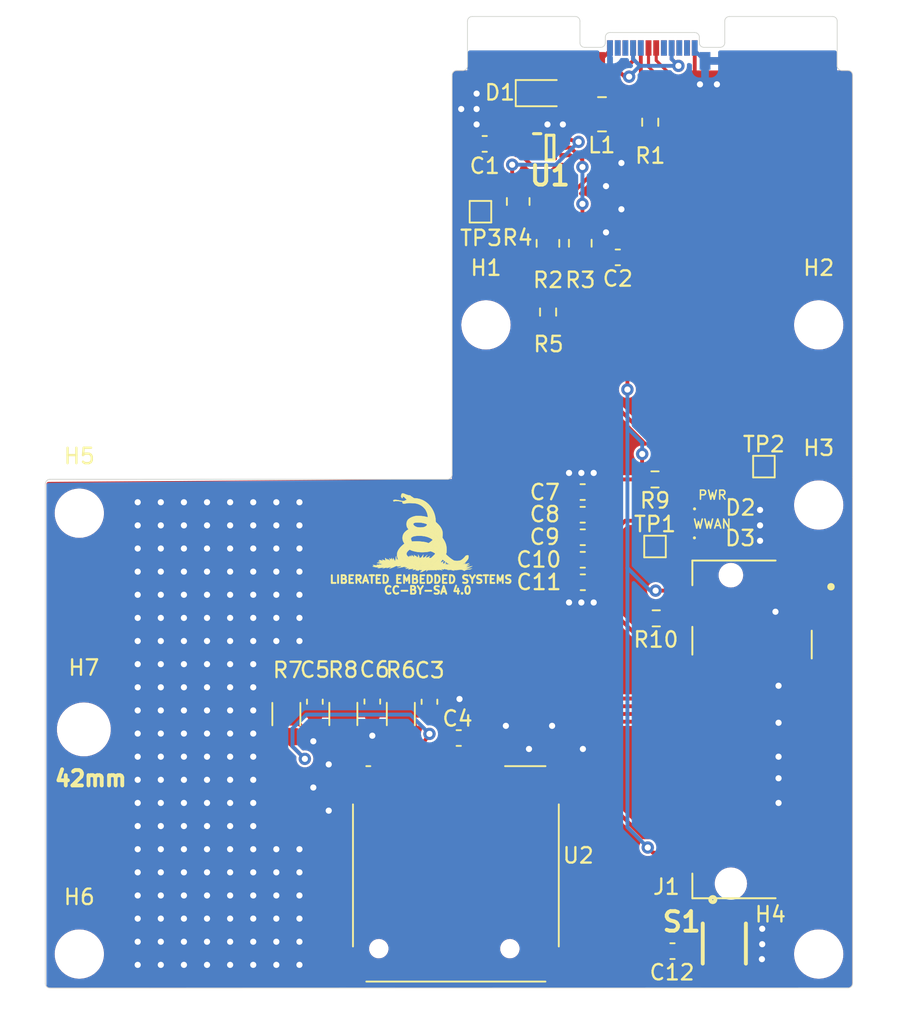
<source format=kicad_pcb>
(kicad_pcb (version 20221018) (generator pcbnew)

  (general
    (thickness 1.6)
  )

  (paper "A4")
  (title_block
    (title "Project Roamer")
    (rev "X1")
    (company "Liberated Embedded Systems")
    (comment 1 "This work is licensed under a Creative Commons Attribution 4.0 International License")
    (comment 2 "Original design from https://frame.work")
  )

  (layers
    (0 "F.Cu" signal)
    (31 "B.Cu" signal)
    (32 "B.Adhes" user "B.Adhesive")
    (33 "F.Adhes" user "F.Adhesive")
    (34 "B.Paste" user)
    (35 "F.Paste" user)
    (36 "B.SilkS" user "B.Silkscreen")
    (37 "F.SilkS" user "F.Silkscreen")
    (38 "B.Mask" user)
    (39 "F.Mask" user)
    (40 "Dwgs.User" user "User.Drawings")
    (41 "Cmts.User" user "User.Comments")
    (42 "Eco1.User" user "User.Eco1")
    (43 "Eco2.User" user "User.Eco2")
    (44 "Edge.Cuts" user)
    (45 "Margin" user)
    (46 "B.CrtYd" user "B.Courtyard")
    (47 "F.CrtYd" user "F.Courtyard")
    (48 "B.Fab" user)
    (49 "F.Fab" user)
  )

  (setup
    (stackup
      (layer "F.SilkS" (type "Top Silk Screen"))
      (layer "F.Paste" (type "Top Solder Paste"))
      (layer "F.Mask" (type "Top Solder Mask") (thickness 0.01))
      (layer "F.Cu" (type "copper") (thickness 0.035))
      (layer "dielectric 1" (type "core") (thickness 1.51) (material "FR4") (epsilon_r 4.5) (loss_tangent 0.02))
      (layer "B.Cu" (type "copper") (thickness 0.035))
      (layer "B.Mask" (type "Bottom Solder Mask") (thickness 0.01))
      (layer "B.Paste" (type "Bottom Solder Paste"))
      (layer "B.SilkS" (type "Bottom Silk Screen"))
      (copper_finish "None")
      (dielectric_constraints no)
    )
    (pad_to_mask_clearance 0)
    (aux_axis_origin 100.5 190)
    (grid_origin 100.5 190)
    (pcbplotparams
      (layerselection 0x00010fc_ffffffff)
      (plot_on_all_layers_selection 0x0000000_00000000)
      (disableapertmacros false)
      (usegerberextensions false)
      (usegerberattributes true)
      (usegerberadvancedattributes true)
      (creategerberjobfile true)
      (dashed_line_dash_ratio 12.000000)
      (dashed_line_gap_ratio 3.000000)
      (svgprecision 4)
      (plotframeref false)
      (viasonmask false)
      (mode 1)
      (useauxorigin false)
      (hpglpennumber 1)
      (hpglpenspeed 20)
      (hpglpendiameter 15.000000)
      (dxfpolygonmode true)
      (dxfimperialunits true)
      (dxfusepcbnewfont true)
      (psnegative false)
      (psa4output false)
      (plotreference true)
      (plotvalue true)
      (plotinvisibletext false)
      (sketchpadsonfab false)
      (subtractmaskfromsilk false)
      (outputformat 3)
      (mirror false)
      (drillshape 0)
      (scaleselection 1)
      (outputdirectory "")
    )
  )

  (net 0 "")
  (net 1 "GND")
  (net 2 "+3.3V")
  (net 3 "VBUS")
  (net 4 "/UIM-RESET")
  (net 5 "/UIM-CLK")
  (net 6 "/UIM-DATA")
  (net 7 "/UIM-PWR")
  (net 8 "/RESET")
  (net 9 "Net-(D1-A)")
  (net 10 "Net-(D2-A)")
  (net 11 "/WWAN_ACTIVITY")
  (net 12 "Net-(D3-A)")
  (net 13 "unconnected-(J1-CONFIG_3-Pad1)")
  (net 14 "Net-(J1-~{FULL_CARD_POWER_OFF})")
  (net 15 "/USB_D+")
  (net 16 "unconnected-(J1-~{W_DISABLE1}-Pad8)")
  (net 17 "/USB_D-")
  (net 18 "unconnected-(J1-GPIO_5-Pad20)")
  (net 19 "unconnected-(J1-CONFIG_0-Pad21)")
  (net 20 "unconnected-(J1-GPIO_6-Pad22)")
  (net 21 "Net-(J1-GPIO_11)")
  (net 22 "unconnected-(J1-GPIO_7-Pad24)")
  (net 23 "unconnected-(J1-DPR-Pad25)")
  (net 24 "unconnected-(J1-GPIO_10-Pad26)")
  (net 25 "unconnected-(J1-GPIO_8-Pad28)")
  (net 26 "unconnected-(J1-PERn1{slash}USB3.0-Rx-{slash}SSIC-RxN-Pad29)")
  (net 27 "unconnected-(J1-PERp1{slash}USB3.0-Rx+{slash}SSIC-RxP-Pad31)")
  (net 28 "unconnected-(J1-PETn1{slash}USB3.0-Tx-{slash}SSIC-TxN-Pad35)")
  (net 29 "unconnected-(J1-PETp1{slash}USB3.0-Tx+{slash}SSIC-TxP-Pad37)")
  (net 30 "unconnected-(J1-DEVSLP-Pad38)")
  (net 31 "unconnected-(J1-GPIO_0-Pad40)")
  (net 32 "unconnected-(J1-PERn0{slash}SATA-B+-Pad41)")
  (net 33 "unconnected-(J1-GPIO_1-Pad42)")
  (net 34 "unconnected-(J1-PERp0{slash}SATA-B--Pad43)")
  (net 35 "unconnected-(J1-GPIO_2-Pad44)")
  (net 36 "unconnected-(J1-GPIO_3-Pad46)")
  (net 37 "unconnected-(J1-PETn0{slash}SATA-A--Pad47)")
  (net 38 "unconnected-(J1-GPIO_4-Pad48)")
  (net 39 "unconnected-(J1-PETp0{slash}SATA-A+-Pad49)")
  (net 40 "unconnected-(J1-~{PERST}-Pad50)")
  (net 41 "unconnected-(J1-~{CLKREQ}-Pad52)")
  (net 42 "unconnected-(J1-REFCLKn-Pad53)")
  (net 43 "unconnected-(J1-~{PEWAKE}-Pad54)")
  (net 44 "unconnected-(J1-REFCLKp-Pad55)")
  (net 45 "unconnected-(J1-NC-Pad56)")
  (net 46 "unconnected-(J1-NC-Pad58)")
  (net 47 "unconnected-(J1-ANTCTL0-Pad59)")
  (net 48 "unconnected-(J1-COEX3-Pad60)")
  (net 49 "unconnected-(J1-ANTCTL1-Pad61)")
  (net 50 "unconnected-(J1-COEX2-Pad62)")
  (net 51 "unconnected-(J1-ANTCTL2-Pad63)")
  (net 52 "unconnected-(J1-COEX1-Pad64)")
  (net 53 "unconnected-(J1-ANTCTL3-Pad65)")
  (net 54 "/SIM_DETECT")
  (net 55 "unconnected-(J1-SUSCLK-Pad68)")
  (net 56 "unconnected-(J1-CONFIG_1-Pad69)")
  (net 57 "unconnected-(J1-CONFIG_2-Pad75)")
  (net 58 "Net-(U1-SW)")
  (net 59 "Net-(P1-CC)")
  (net 60 "unconnected-(P1-VCONN-PadB5)")
  (net 61 "Net-(U1-FB)")
  (net 62 "Net-(U1-PG)")
  (net 63 "Net-(U2-I{slash}O)")
  (net 64 "Net-(U2-RST)")
  (net 65 "Net-(U2-CLK)")
  (net 66 "unconnected-(S1-Pad2)")
  (net 67 "unconnected-(S1-Pad4)")
  (net 68 "unconnected-(U2-VPP-PadC6)")

  (footprint "Capacitor_SMD:C_0603_1608Metric" (layer "F.Cu") (at 141.215 187.61))

  (footprint "Diode_SMD:D_SOD-323" (layer "F.Cu") (at 132.65 131.97))

  (footprint "Connector_USB:USB_C_Plug_Molex_105444" (layer "F.Cu") (at 139.918 129))

  (footprint "TPS:SOTFL50P160X60-6N" (layer "F.Cu") (at 133.268 135.5))

  (footprint "MountingHole:MountingHole_2.7mm_M2.5" (layer "F.Cu") (at 129.108 147))

  (footprint "Resistor_SMD:R_0805_2012Metric" (layer "F.Cu") (at 135.23 141.7025 -90))

  (footprint "MountingHole:MountingHole_2.7mm_M2.5" (layer "F.Cu") (at 150.708 147))

  (footprint "Resistor_SMD:R_1206_3216Metric" (layer "F.Cu") (at 119.85 172.23 90))

  (footprint "Capacitor_SMD:C_0603_1608Metric" (layer "F.Cu") (at 121.73 171.425 90))

  (footprint "TestPoint:TestPoint_Pad_1.0x1.0mm" (layer "F.Cu") (at 140.08 161.37))

  (footprint "MountingHole:MountingHole_2.7mm_M2.5" (layer "F.Cu") (at 102.71 187.8))

  (footprint "NGFF:TE_2199119-3" (layer "F.Cu") (at 145.005 173.23 -90))

  (footprint "Capacitor_SMD:C_0603_1608Metric" (layer "F.Cu") (at 127.34 173.79 180))

  (footprint "Diode_SMD:D_0402_1005Metric" (layer "F.Cu") (at 143.73 160.81))

  (footprint "TestPoint:TestPoint_Pad_1.0x1.0mm" (layer "F.Cu") (at 147.15 156.19))

  (footprint "Capacitor_SMD:C_0603_1608Metric" (layer "F.Cu") (at 125.44 171.44 90))

  (footprint "NSCCP-D-06-G-SMT-SW-T:NSCCP-D-06-G-SMT-SW-T&slash_R" (layer "F.Cu") (at 127.1548 182.5986))

  (footprint "Resistor_SMD:R_1206_3216Metric" (layer "F.Cu") (at 123.58 172.2325 90))

  (footprint "Capacitor_SMD:C_0603_1608Metric" (layer "F.Cu") (at 135.39 162.23 180))

  (footprint "Capacitor_SMD:C_0603_1608Metric" (layer "F.Cu") (at 135.39 160.77 180))

  (footprint "Capacitor_SMD:C_0603_1608Metric" (layer "F.Cu") (at 129.025 135.26 180))

  (footprint "Resistor_SMD:R_0603_1608Metric" (layer "F.Cu") (at 140.08 157.02))

  (footprint "Resistor_SMD:R_1206_3216Metric" (layer "F.Cu") (at 116.15 172.2375 90))

  (footprint "Capacitor_SMD:C_0603_1608Metric" (layer "F.Cu") (at 135.385 157.84 180))

  (footprint "Resistor_SMD:R_0805_2012Metric" (layer "F.Cu") (at 131.2 138.9975 -90))

  (footprint "Capacitor_SMD:C_0603_1608Metric" (layer "F.Cu") (at 118 171.435 -90))

  (footprint "MountingHole:MountingHole_2.7mm_M2.5" (layer "F.Cu") (at 150.708 187.8))

  (footprint "Resistor_SMD:R_0603_1608Metric" (layer "F.Cu") (at 140.16 166.03))

  (footprint "TestPoint:TestPoint_Pad_1.0x1.0mm" (layer "F.Cu") (at 128.75 139.66))

  (footprint "Inductor_SMD:L_1008_2520Metric" (layer "F.Cu") (at 136.64 133.34))

  (footprint "Resistor_SMD:R_0603_1608Metric" (layer "F.Cu") (at 139.77 133.855 -90))

  (footprint "MountingHole:MountingHole_2.7mm_M2.5" (layer "F.Cu") (at 150.708 158.68))

  (footprint "Capacitor_SMD:C_0603_1608Metric" (layer "F.Cu") (at 135.395 163.69 180))

  (footprint "MountingHole:MountingHole_2.7mm_M2.5" (layer "F.Cu") (at 102.71 159.21))

  (footprint "Capacitor_SMD:C_0603_1608Metric" (layer "F.Cu") (at 137.665 142.62 180))

  (footprint "Resistor_SMD:R_0805_2012Metric" (layer "F.Cu") (at 133.13 141.71 -90))

  (footprint "Diode_SMD:D_0402_1005Metric" (layer "F.Cu") (at 143.7375 158.93))

  (footprint "Capacitor_SMD:C_0603_1608Metric" (layer "F.Cu") (at 135.385 159.31 180))

  (footprint "KMR:KMR2_1" (layer "F.Cu") (at 144.58 187.1175 -90))

  (footprint "MountingHole:MountingHole_3mm" (layer "F.Cu") (at 103.005 173.23))

  (footprint "Resistor_SMD:R_0603_1608Metric" (layer "F.Cu") (at 133.14 146.165 -90))

  (gr_poly
    (pts
      (xy 125.335582 160.654571)
      (xy 125.337056 160.654777)
      (xy 125.33867 160.655129)
      (xy 125.34042 160.655628)
      (xy 125.3423 160.656273)
      (xy 125.344306 160.657063)
      (xy 125.346433 160.657999)
      (xy 125.348675 160.659079)
      (xy 125.351028 160.660303)
      (xy 125.353486 160.661671)
      (xy 125.356044 160.663182)
      (xy 125.358698 160.664836)
      (xy 125.361443 160.666633)
      (xy 125.364273 160.668572)
      (xy 125.367183 160.670652)
      (xy 125.370169 160.672874)
      (xy 125.373841 160.675681)
      (xy 125.377042 160.678208)
      (xy 125.379775 160.680469)
      (xy 125.382043 160.682478)
      (xy 125.383003 160.683393)
      (xy 125.383849 160.684249)
      (xy 125.384579 160.68505)
      (xy 125.385196 160.685796)
      (xy 125.385699 160.68649)
      (xy 125.386088 160.687134)
      (xy 125.386364 160.687728)
      (xy 125.386528 160.688275)
      (xy 125.386579 160.688776)
      (xy 125.386519 160.689234)
      (xy 125.386347 160.68965)
      (xy 125.386064 160.690025)
      (xy 125.385671 160.690362)
      (xy 125.385167 160.690663)
      (xy 125.384554 160.690928)
      (xy 125.383831 160.69116)
      (xy 125.382999 160.691361)
      (xy 125.382059 160.691531)
      (xy 125.38101 160.691674)
      (xy 125.379854 160.691791)
      (xy 125.377219 160.691953)
      (xy 125.374158 160.69203)
      (xy 125.37196 160.691979)
      (xy 125.369661 160.691733)
      (xy 125.367279 160.691302)
      (xy 125.364834 160.690696)
      (xy 125.362345 160.689924)
      (xy 125.35983 160.688996)
      (xy 125.357309 160.687922)
      (xy 125.354799 160.686712)
      (xy 125.352322 160.685376)
      (xy 125.349895 160.683922)
      (xy 125.347537 160.682362)
      (xy 125.345267 160.680705)
      (xy 125.343105 160.67896)
      (xy 125.341069 160.677137)
      (xy 125.339178 160.675246)
      (xy 125.337452 160.673298)
      (xy 125.336527 160.672164)
      (xy 125.335663 160.671064)
      (xy 125.334859 160.67)
      (xy 125.334114 160.668969)
      (xy 125.333427 160.667974)
      (xy 125.332798 160.667013)
      (xy 125.332226 160.666087)
      (xy 125.331711 160.665196)
      (xy 125.33125 160.664341)
      (xy 125.330845 160.66352)
      (xy 125.330493 160.662735)
      (xy 125.330195 160.661984)
      (xy 125.329949 160.66127)
      (xy 125.329755 160.660591)
      (xy 125.329611 160.659947)
      (xy 125.329518 160.659339)
      (xy 125.329475 160.658767)
      (xy 125.32948 160.658231)
      (xy 125.329533 160.657731)
      (xy 125.329634 160.657266)
      (xy 125.329781 160.656838)
      (xy 125.329871 160.656638)
      (xy 125.329974 160.656446)
      (xy 125.330087 160.656264)
      (xy 125.330211 160.656091)
      (xy 125.330347 160.655926)
      (xy 125.330493 160.655771)
      (xy 125.330819 160.655489)
      (xy 125.331187 160.655242)
      (xy 125.331598 160.655033)
      (xy 125.332049 160.65486)
      (xy 125.332542 160.654724)
      (xy 125.333074 160.654625)
      (xy 125.333645 160.654563)
      (xy 125.334254 160.654539)
      (xy 125.334254 160.654512)
    )

    (stroke (width 0.01277) (type solid)) (fill solid) (layer "F.SilkS") (tstamp 00282951-98f4-4854-8e1e-20fd5ca33433))
  (gr_poly
    (pts
      (xy 125.562531 159.59445)
      (xy 125.562913 159.594469)
      (xy 125.56329 159.594501)
      (xy 125.563662 159.594545)
      (xy 125.564029 159.594601)
      (xy 125.564391 159.594669)
      (xy 125.564747 159.594749)
      (xy 125.565099 159.59484)
      (xy 125.565445 159.594943)
      (xy 125.565786 159.595057)
      (xy 125.566121 159.595182)
      (xy 125.566451 159.595318)
      (xy 125.566774 159.595464)
      (xy 125.567093 159.595621)
      (xy 125.567405 159.595789)
      (xy 125.567711 159.595966)
      (xy 125.568011 159.596153)
      (xy 125.568305 159.59635)
      (xy 125.568593 159.596557)
      (xy 125.568874 159.596773)
      (xy 125.569418 159.597233)
      (xy 125.569935 159.597728)
      (xy 125.570424 159.598256)
      (xy 125.570886 159.598817)
      (xy 125.571319 159.599409)
      (xy 125.571723 159.600031)
      (xy 125.5721 159.600678)
      (xy 125.572455 159.60135)
      (xy 125.572787 159.602044)
      (xy 125.573096 159.60276)
      (xy 125.573381 159.603498)
      (xy 125.573644 159.604257)
      (xy 125.573882 159.605035)
      (xy 125.574096 159.605832)
      (xy 125.574286 159.606648)
      (xy 125.574452 159.60748)
      (xy 125.574592 159.60833)
      (xy 125.574708 159.609196)
      (xy 125.574798 159.610076)
      (xy 125.574863 159.610971)
      (xy 125.574902 159.61188)
      (xy 125.574915 159.612801)
      (xy 125.574902 159.613735)
      (xy 125.574863 159.614681)
      (xy 125.574798 159.615637)
      (xy 125.574708 159.616601)
      (xy 125.574592 159.617569)
      (xy 125.574452 159.618542)
      (xy 125.574286 159.619515)
      (xy 125.574096 159.620487)
      (xy 125.573882 159.621456)
      (xy 125.573644 159.622419)
      (xy 125.573381 159.623375)
      (xy 125.573096 159.624322)
      (xy 125.572787 159.625256)
      (xy 125.572455 159.626176)
      (xy 125.5721 159.62708)
      (xy 125.571723 159.627966)
      (xy 125.571319 159.628833)
      (xy 125.570886 159.629682)
      (xy 125.570424 159.630512)
      (xy 125.569935 159.631322)
      (xy 125.569418 159.632111)
      (xy 125.568874 159.632878)
      (xy 125.568305 159.633623)
      (xy 125.567711 159.634343)
      (xy 125.567093 159.635039)
      (xy 125.566451 159.63571)
      (xy 125.565786 159.636353)
      (xy 125.565099 159.63697)
      (xy 125.564391 159.637557)
      (xy 125.563662 159.638116)
      (xy 125.562913 159.638643)
      (xy 125.562145 159.63914)
      (xy 125.561817 159.639334)
      (xy 125.561493 159.639508)
      (xy 125.561172 159.639664)
      (xy 125.560854 159.6398)
      (xy 125.56054 159.639918)
      (xy 125.560229 159.640018)
      (xy 125.559921 159.640099)
      (xy 125.559617 159.640163)
      (xy 125.559316 159.640208)
      (xy 125.559019 159.640236)
      (xy 125.558725 159.640246)
      (xy 125.558434 159.640239)
      (xy 125.558147 159.640214)
      (xy 125.557863 159.640173)
      (xy 125.557583 159.640115)
      (xy 125.557306 159.64004)
      (xy 125.557033 159.639949)
      (xy 125.556763 159.639842)
      (xy 125.556497 159.639719)
      (xy 125.556234 159.63958)
      (xy 125.555975 159.639425)
      (xy 125.55572 159.639255)
      (xy 125.555468 159.63907)
      (xy 125.55522 159.638869)
      (xy 125.554975 159.638654)
      (xy 125.554734 159.638424)
      (xy 125.554497 159.638179)
      (xy 125.554263 159.63792)
      (xy 125.554033 159.637647)
      (xy 125.553807 159.63736)
      (xy 125.553584 159.637059)
      (xy 125.553365 159.636745)
      (xy 125.552939 159.636077)
      (xy 125.552529 159.635356)
      (xy 125.552138 159.634583)
      (xy 125.551765 159.633761)
      (xy 125.551414 159.632889)
      (xy 125.551086 159.63197)
      (xy 125.550781 159.631004)
      (xy 125.550502 159.629992)
      (xy 125.55025 159.628935)
      (xy 125.550027 159.627835)
      (xy 125.549834 159.626693)
      (xy 125.549673 159.625509)
      (xy 125.549545 159.624285)
      (xy 125.549451 159.623022)
      (xy 125.549394 159.621721)
      (xy 125.549375 159.620383)
      (xy 125.549394 159.619037)
      (xy 125.549451 159.61771)
      (xy 125.549545 159.616405)
      (xy 125.549673 159.615122)
      (xy 125.549834 159.613864)
      (xy 125.550027 159.612631)
      (xy 125.55025 159.611425)
      (xy 125.550502 159.610247)
      (xy 125.550781 159.6091)
      (xy 125.551086 159.607983)
      (xy 125.551414 159.6069)
      (xy 125.551765 159.605851)
      (xy 125.552138 159.604838)
      (xy 125.552529 159.603861)
      (xy 125.552939 159.602924)
      (xy 125.553365 159.602026)
      (xy 125.553807 159.60117)
      (xy 125.554263 159.600357)
      (xy 125.554734 159.599589)
      (xy 125.55522 159.598868)
      (xy 125.55572 159.598195)
      (xy 125.556234 159.597572)
      (xy 125.556763 159.597)
      (xy 125.557306 159.596481)
      (xy 125.557863 159.596017)
      (xy 125.558147 159.595806)
      (xy 125.558434 159.59561)
      (xy 125.558725 159.595427)
      (xy 125.559019 159.59526)
      (xy 125.559316 159.595108)
      (xy 125.559617 159.594971)
      (xy 125.559921 159.594849)
      (xy 125.560229 159.594743)
      (xy 125.56054 159.594652)
      (xy 125.560854 159.594578)
      (xy 125.561172 159.594519)
      (xy 125.561493 159.594477)
      (xy 125.561817 159.594452)
      (xy 125.562145 159.594444)
    )

    (stroke (width 0) (type solid)) (fill solid) (layer "F.SilkS") (tstamp 0071a64c-fbfc-4274-8967-ec68a00d3c44))
  (gr_poly
    (pts
      (xy 124.933094 162.115864)
      (xy 124.934828 162.115895)
      (xy 124.9366 162.115947)
      (xy 124.938413 162.116019)
      (xy 124.986294 162.117872)
      (xy 124.952365 162.178531)
      (xy 124.943267 162.194528)
      (xy 124.939296 162.201168)
      (xy 124.935684 162.20693)
      (xy 124.932408 162.211833)
      (xy 124.929446 162.215898)
      (xy 124.926779 162.219144)
      (xy 124.924383 162.221593)
      (xy 124.923281 162.222523)
      (xy 124.922239 162.223262)
      (xy 124.921254 162.223812)
      (xy 124.920324 162.224174)
      (xy 124.919446 162.224351)
      (xy 124.918617 162.224347)
      (xy 124.917835 162.224163)
      (xy 124.917098 162.223802)
      (xy 124.916401 162.223267)
      (xy 124.915743 162.222559)
      (xy 124.915122 162.221682)
      (xy 124.914534 162.220638)
      (xy 124.913447 162.218059)
      (xy 124.912461 162.214842)
      (xy 124.911368 162.210894)
      (xy 124.910306 162.20749)
      (xy 124.909771 162.205994)
      (xy 124.909226 162.204637)
      (xy 124.908664 162.20342)
      (xy 124.908079 162.202343)
      (xy 124.907465 162.201409)
      (xy 124.906815 162.200616)
      (xy 124.906124 162.199968)
      (xy 124.905385 162.199464)
      (xy 124.904591 162.199106)
      (xy 124.903737 162.198894)
      (xy 124.902817 162.198829)
      (xy 124.901823 162.198914)
      (xy 124.900751 162.199147)
      (xy 124.899593 162.199531)
      (xy 124.898344 162.200067)
      (xy 124.896998 162.200754)
      (xy 124.895547 162.201596)
      (xy 124.893987 162.202591)
      (xy 124.89231 162.203742)
      (xy 124.89051 162.205049)
      (xy 124.886519 162.208135)
      (xy 124.881963 162.211858)
      (xy 124.876793 162.216225)
      (xy 124.870959 162.221245)
      (xy 124.868469 162.223254)
      (xy 124.865742 162.225196)
      (xy 124.862806 162.22707)
      (xy 124.859691 162.228877)
      (xy 124.856424 162.230617)
      (xy 124.853035 162.232293)
      (xy 124.849552 162.233903)
      (xy 124.846003 162.235449)
      (xy 124.838823 162.238352)
      (xy 124.831724 162.241005)
      (xy 124.818685 162.245587)
      (xy 124.793945 162.215657)
      (xy 124.790402 162.211304)
      (xy 124.786963 162.206791)
      (xy 124.783645 162.202154)
      (xy 124.780466 162.197428)
      (xy 124.777444 162.192648)
      (xy 124.774596 162.18785)
      (xy 124.771941 162.183068)
      (xy 124.769495 162.178339)
      (xy 124.767278 162.173697)
      (xy 124.765306 162.169178)
      (xy 124.763597 162.164817)
      (xy 124.76217 162.160649)
      (xy 124.761041 162.15671)
      (xy 124.76023 162.153035)
      (xy 124.759753 162.14966)
      (xy 124.759628 162.146619)
      (xy 124.759765 162.14253)
      (xy 124.759987 162.139051)
      (xy 124.760314 162.136193)
      (xy 124.760522 162.135)
      (xy 124.760763 162.133967)
      (xy 124.761039 162.133095)
      (xy 124.761352 162.132385)
      (xy 124.761706 162.131838)
      (xy 124.762101 162.131456)
      (xy 124.762541 162.131241)
      (xy 124.763028 162.131194)
      (xy 124.763563 162.131315)
      (xy 124.76415 162.131607)
      (xy 124.76479 162.132071)
      (xy 124.765486 162.132708)
      (xy 124.766241 162.13352)
      (xy 124.767055 162.134507)
      (xy 124.767933 162.135672)
      (xy 124.768875 162.137016)
      (xy 124.770965 162.140246)
      (xy 124.773342 162.144207)
      (xy 124.776025 162.14891)
      (xy 124.779032 162.154368)
      (xy 124.782382 162.16059)
      (xy 124.804732 162.202492)
      (xy 124.847833 162.158195)
      (xy 124.853422 162.15252)
      (xy 124.85872 162.147338)
      (xy 124.863768 162.142631)
      (xy 124.868606 162.138378)
      (xy 124.873273 162.134561)
      (xy 124.87781 162.131161)
      (xy 124.882258 162.12816)
      (xy 124.886655 162.125536)
      (xy 124.891043 162.123273)
      (xy 124.895461 162.12135)
      (xy 124.899949 162.119748)
      (xy 124.904548 162.118449)
      (xy 124.909297 162.117433)
      (xy 124.914236 162.116681)
      (xy 124.919407 162.116174)
      (xy 124.924847 162.115894)
      (xy 124.924847 162.116019)
      (xy 124.926454 162.115947)
      (xy 124.928078 162.115895)
      (xy 124.929723 162.115864)
      (xy 124.931394 162.115854)
    )

    (stroke (width 0.01277) (type solid)) (fill solid) (layer "F.SilkS") (tstamp 007da063-6df0-49a7-8215-9d77ac372752))
  (gr_poly
    (pts
      (xy 124.381676 159.568472)
      (xy 124.382645 159.568547)
      (xy 124.3836 159.568669)
      (xy 124.384541 159.568838)
      (xy 124.385465 159.569052)
      (xy 124.386372 159.569311)
      (xy 124.387261 159.569612)
      (xy 124.388129 159.569956)
      (xy 124.388977 159.57034)
      (xy 124.389802 159.570764)
      (xy 124.390604 159.571226)
      (xy 124.391382 159.571725)
      (xy 124.392133 159.57226)
      (xy 124.392857 159.572829)
      (xy 124.393553 159.573432)
      (xy 124.394219 159.574067)
      (xy 124.394855 159.574733)
      (xy 124.395458 159.575428)
      (xy 124.396028 159.576152)
      (xy 124.396564 159.576903)
      (xy 124.397063 159.577681)
      (xy 124.397526 159.578483)
      (xy 124.39795 159.579309)
      (xy 124.398335 159.580157)
      (xy 124.39868 159.581026)
      (xy 124.398982 159.581916)
      (xy 124.399241 159.582824)
      (xy 124.399456 159.58375)
      (xy 124.399626 159.584692)
      (xy 124.399748 159.585649)
      (xy 124.399822 159.58662)
      (xy 124.399847 159.587604)
      (xy 124.399822 159.588588)
      (xy 124.399748 159.589559)
      (xy 124.399626 159.590516)
      (xy 124.399456 159.591458)
      (xy 124.399241 159.592384)
      (xy 124.398982 159.593292)
      (xy 124.39868 159.594182)
      (xy 124.398335 159.595051)
      (xy 124.39795 159.595899)
      (xy 124.397526 159.596725)
      (xy 124.397063 159.597527)
      (xy 124.396564 159.598305)
      (xy 124.396028 159.599056)
      (xy 124.395458 159.59978)
      (xy 124.394855 159.600476)
      (xy 124.394219 159.601141)
      (xy 124.393553 159.601776)
      (xy 124.392857 159.602379)
      (xy 124.392133 159.602948)
      (xy 124.391382 159.603483)
      (xy 124.390604 159.603982)
      (xy 124.389802 159.604444)
      (xy 124.388977 159.604868)
      (xy 124.388129 159.605252)
      (xy 124.387261 159.605596)
      (xy 124.386372 159.605898)
      (xy 124.385465 159.606156)
      (xy 124.384541 159.606371)
      (xy 124.3836 159.606539)
      (xy 124.382645 159.606662)
      (xy 124.381676 159.606736)
      (xy 124.380695 159.606761)
      (xy 124.379711 159.606736)
      (xy 124.378739 159.606661)
      (xy 124.377782 159.606539)
      (xy 124.376839 159.606369)
      (xy 124.375914 159.606155)
      (xy 124.375005 159.605895)
      (xy 124.374116 159.605593)
      (xy 124.373247 159.605248)
      (xy 124.372398 159.604863)
      (xy 124.371573 159.604439)
      (xy 124.370771 159.603976)
      (xy 124.369993 159.603476)
      (xy 124.369242 159.602941)
      (xy 124.368519 159.60237)
      (xy 124.367823 159.601767)
      (xy 124.367158 159.601132)
      (xy 124.366523 159.600465)
      (xy 124.365921 159.599769)
      (xy 124.365352 159.599045)
      (xy 124.364817 159.598293)
      (xy 124.364319 159.597516)
      (xy 124.363857 159.596714)
      (xy 124.363434 159.595888)
      (xy 124.363049 159.59504)
      (xy 124.362706 159.594171)
      (xy 124.362405 159.593283)
      (xy 124.362146 159.592375)
      (xy 124.361932 159.591451)
      (xy 124.361763 159.59051)
      (xy 124.361641 159.589555)
      (xy 124.361567 159.588586)
      (xy 124.361542 159.587604)
      (xy 124.361567 159.58662)
      (xy 124.361641 159.585649)
      (xy 124.361764 159.584692)
      (xy 124.361933 159.58375)
      (xy 124.362148 159.582824)
      (xy 124.362407 159.581916)
      (xy 124.36271 159.581026)
      (xy 124.363054 159.580157)
      (xy 124.363439 159.579309)
      (xy 124.363864 159.578483)
      (xy 124.364326 159.577681)
      (xy 124.364826 159.576903)
      (xy 124.365361 159.576152)
      (xy 124.365931 159.575428)
      (xy 124.366535 159.574733)
      (xy 124.36717 159.574067)
      (xy 124.367836 159.573432)
      (xy 124.368532 159.572829)
      (xy 124.369256 159.57226)
      (xy 124.370008 159.571725)
      (xy 124.370785 159.571226)
      (xy 124.371587 159.570764)
      (xy 124.372412 159.57034)
      (xy 124.37326 159.569956)
      (xy 124.374129 159.569612)
      (xy 124.375017 159.569311)
      (xy 124.375924 159.569052)
      (xy 124.376849 159.568838)
      (xy 124.377789 159.568669)
      (xy 124.378744 159.568547)
      (xy 124.379713 159.568472)
      (xy 124.380695 159.568447)
    )

    (stroke (width 0.01277) (type solid)) (fill solid) (layer "F.SilkS") (tstamp 00bdc72a-0e36-41da-8f05-801c951fb7ca))
  (gr_poly
    (pts
      (xy 124.63429 162.595362)
      (xy 124.634669 162.595375)
      (xy 124.635449 162.595422)
      (xy 124.635863 162.595442)
      (xy 124.636303 162.59545)
      (xy 124.6368 162.595459)
      (xy 124.637294 162.595485)
      (xy 124.637785 162.595528)
      (xy 124.638272 162.595587)
      (xy 124.638755 162.595663)
      (xy 124.639234 162.595755)
      (xy 124.640181 162.595987)
      (xy 124.641111 162.59628)
      (xy 124.642022 162.596634)
      (xy 124.642914 162.597045)
      (xy 124.643785 162.597512)
      (xy 124.644635 162.598034)
      (xy 124.645461 162.598607)
      (xy 124.646263 162.599231)
      (xy 124.64704 162.599903)
      (xy 124.647791 162.600621)
      (xy 124.648513 162.601383)
      (xy 124.649207 162.602188)
      (xy 124.649871 162.603033)
      (xy 124.650504 162.603917)
      (xy 124.651104 162.604837)
      (xy 124.651671 162.605794)
      (xy 124.652203 162.606786)
      (xy 124.652699 162.607812)
      (xy 124.653159 162.60887)
      (xy 124.65358 162.60996)
      (xy 124.653962 162.61108)
      (xy 124.654303 162.61223)
      (xy 124.654602 162.613407)
      (xy 124.654859 162.614611)
      (xy 124.655071 162.61584)
      (xy 124.655239 162.617094)
      (xy 124.65536 162.618371)
      (xy 124.655433 162.619671)
      (xy 124.655458 162.620991)
      (xy 124.655434 162.62332)
      (xy 124.655358 162.625539)
      (xy 124.655223 162.627648)
      (xy 124.655132 162.628661)
      (xy 124.655024 162.629647)
      (xy 124.654899 162.630606)
      (xy 124.654755 162.631537)
      (xy 124.654592 162.632441)
      (xy 124.654409 162.633318)
      (xy 124.654205 162.634167)
      (xy 124.65398 162.63499)
      (xy 124.653733 162.635786)
      (xy 124.653463 162.636554)
      (xy 124.653173 162.637296)
      (xy 124.652867 162.638009)
      (xy 124.652545 162.638694)
      (xy 124.652208 162.63935)
      (xy 124.651855 162.639978)
      (xy 124.651488 162.640577)
      (xy 124.651107 162.641147)
      (xy 124.650711 162.641687)
      (xy 124.650302 162.642198)
      (xy 124.649879 162.642679)
      (xy 124.649443 162.643131)
      (xy 124.648994 162.643553)
      (xy 124.648533 162.643944)
      (xy 124.64806 162.644305)
      (xy 124.647574 162.644636)
      (xy 124.647078 162.644936)
      (xy 124.646567 162.645203)
      (xy 124.646041 162.645436)
      (xy 124.645501 162.645636)
      (xy 124.644947 162.645802)
      (xy 124.644379 162.645936)
      (xy 124.6438 162.646037)
      (xy 124.643209 162.646106)
      (xy 124.642607 162.646143)
      (xy 124.641995 162.646149)
      (xy 124.641374 162.646123)
      (xy 124.640745 162.646067)
      (xy 124.640108 162.64598)
      (xy 124.639464 162.645863)
      (xy 124.638815 162.645716)
      (xy 124.63816 162.645539)
      (xy 124.6375 162.645333)
      (xy 124.636833 162.645099)
      (xy 124.636156 162.644836)
      (xy 124.635469 162.644544)
      (xy 124.634773 162.644222)
      (xy 124.634068 162.643869)
      (xy 124.633355 162.643485)
      (xy 124.632635 162.643069)
      (xy 124.631908 162.642619)
      (xy 124.631176 162.642136)
      (xy 124.630437 162.641619)
      (xy 124.629694 162.641067)
      (xy 124.628947 162.640478)
      (xy 124.628196 162.639853)
      (xy 124.627442 162.639191)
      (xy 124.626685 162.638491)
      (xy 124.625927 162.637752)
      (xy 124.62526 162.63706)
      (xy 124.624625 162.636354)
      (xy 124.624023 162.635634)
      (xy 124.623451 162.634901)
      (xy 124.62291 162.634155)
      (xy 124.622399 162.633399)
      (xy 124.621916 162.632631)
      (xy 124.621461 162.631854)
      (xy 124.621034 162.631067)
      (xy 124.620633 162.630273)
      (xy 124.620258 162.629471)
      (xy 124.619908 162.628662)
      (xy 124.619583 162.627848)
      (xy 124.61928 162.627029)
      (xy 124.619001 162.626207)
      (xy 124.618744 162.62538)
      (xy 124.61851 162.624551)
      (xy 124.6183 162.623719)
      (xy 124.618116 162.622885)
      (xy 124.617957 162.622049)
      (xy 124.617822 162.621213)
      (xy 124.617712 162.620378)
      (xy 124.617626 162.619543)
      (xy 124.617565 162.61871)
      (xy 124.617528 162.61788)
      (xy 124.617515 162.617054)
      (xy 124.617527 162.616231)
      (xy 124.617563 162.615414)
      (xy 124.617622 162.614602)
      (xy 124.617706 162.613798)
      (xy 124.617814 162.613)
      (xy 124.617946 162.612211)
      (xy 124.618101 162.611432)
      (xy 124.618282 162.610667)
      (xy 124.618486 162.609916)
      (xy 124.618714 162.609178)
      (xy 124.618965 162.608454)
      (xy 124.619239 162.607744)
      (xy 124.619535 162.607048)
      (xy 124.619853 162.606366)
      (xy 124.620193 162.605698)
      (xy 124.620553 162.605045)
      (xy 124.620934 162.604407)
      (xy 124.621335 162.603783)
      (xy 124.621756 162.603173)
      (xy 124.622197 162.602579)
      (xy 124.622656 162.602)
      (xy 124.623133 162.601436)
      (xy 124.623627 162.600888)
      (xy 124.624136 162.600357)
      (xy 124.62466 162.599846)
      (xy 124.6252 162.599355)
      (xy 124.625756 162.598885)
      (xy 124.62633 162.598437)
      (xy 124.62692 162.598013)
      (xy 124.627529 162.597614)
      (xy 124.628156 162.59724)
      (xy 124.628803 162.596894)
      (xy 124.629468 162.596575)
      (xy 124.630154 162.596287)
      (xy 124.630861 162.596029)
      (xy 124.631589 162.595802)
      (xy 124.632338 162.595609)
      (xy 124.63311 162.595449)
      (xy 124.63311 162.59545)
      (xy 124.633316 162.595417)
      (xy 124.633517 162.595392)
      (xy 124.633714 162.595375)
      (xy 124.633908 162.595365)
      (xy 124.6341 162.595361)
    )

    (stroke 
... [7847717 chars truncated]
</source>
